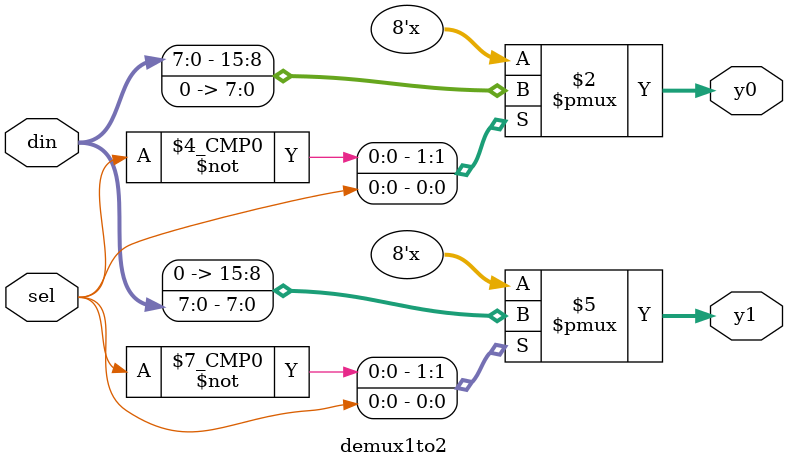
<source format=sv>
module Read_data #(
    parameter SIZE_DATA = 8
)(
    input logic                     i_clk       ,
    input logic                     i_rst_n     ,
    
    input logic                     i_start     ,
    input logic [SIZE_DATA-1:0]     i_data      ,
    
    output logic [SIZE_DATA-1:0]    o_data_a    ,
    output logic [SIZE_DATA-1:0]    o_data_b    ,
    output logic                    o_rd_en     ,
    output logic                    o_done       
);

logic [SIZE_DATA-1:0]   w_data_1;
logic [SIZE_DATA-1:0]   w_data_0;
logic                   w_en_1;

demux1to2 #(
    .SIZE_DATA      (SIZE_DATA)
) MUX_1_TO_2_UNIT (
    .din            (i_data),
    .sel            (i_sel),
    .y0             (w_data_0),
    .y1             (w_data_1)
);

always_ff @(posedge i_clk or negedge i_rst_n) begin
    if(~i_rst_n) begin
        w_en_1          <= '0;
    end else begin
        w_en_1          <= o_rd_en;
    end
end

always_ff @(posedge i_clk or negedge i_rst_n) begin
    if(~i_rst_n) begin
        o_data_a        <= '0;
        o_data_b        <= '0;
    end else if(w_en_1) begin
        o_data_a        <= w_data_1;
        o_data_b        <= w_data_0;
    end
end

always_ff @(posedge i_clk or negedge i_rst_n) begin
    if(~i_rst_n) begin
        o_rd_en         <= '0;
    end else begin
        o_rd_en         <= i_en;
    end
end

always_ff @(posedge i_clk or negedge i_rst_n) begin
    if(~i_rst_n) begin
        o_done          <= '0;
    end else begin
        o_done          <= w_en_1;
    end
end

endmodule

module demux1to2 #(
    parameter SIZE_DATA = 8
)(
    input  logic [SIZE_DATA-1:0]    din,
    input  logic sel,
    output logic [SIZE_DATA-1:0]    y0,
    output logic [SIZE_DATA-1:0]    y1
);
    always_comb begin
        y0 = 0;
        y1 = 0;
        case (sel)
            1'b0: y0 = din;
            1'b1: y1 = din;
        endcase
    end
endmodule
</source>
